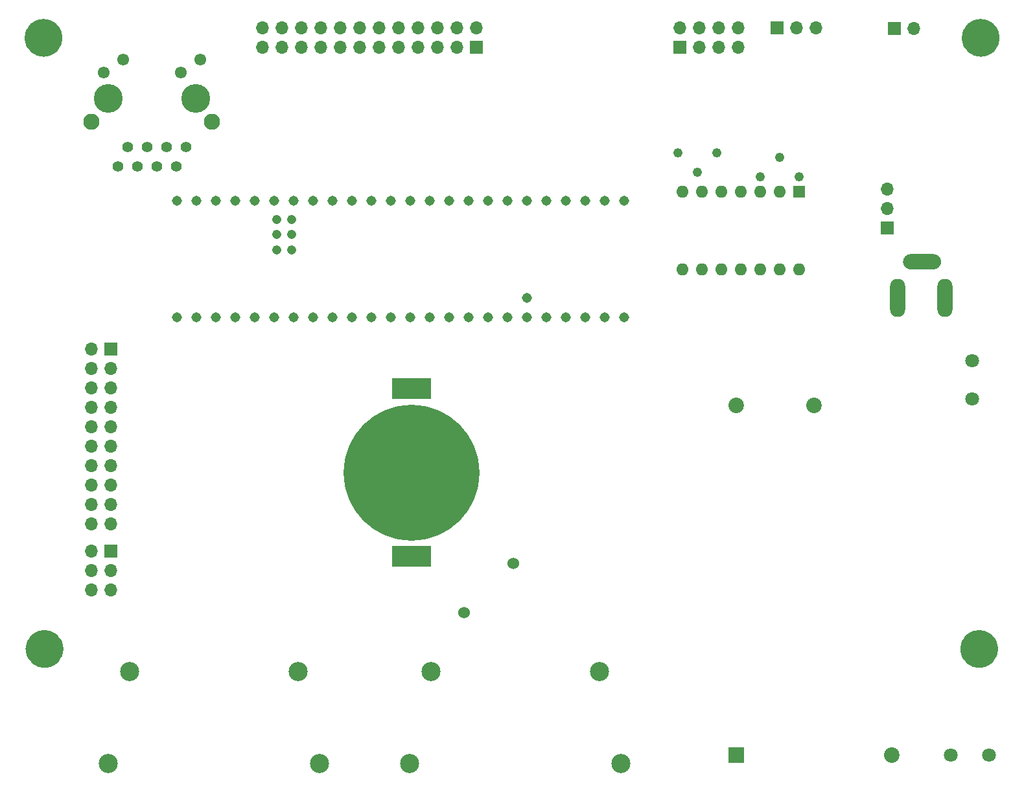
<source format=gbs>
%TF.GenerationSoftware,KiCad,Pcbnew,(5.1.8)-1*%
%TF.CreationDate,2022-02-24T01:16:36-05:00*%
%TF.ProjectId,OCE_L,4f43455f-4c2e-46b6-9963-61645f706362,rev?*%
%TF.SameCoordinates,Original*%
%TF.FileFunction,Soldermask,Bot*%
%TF.FilePolarity,Negative*%
%FSLAX46Y46*%
G04 Gerber Fmt 4.6, Leading zero omitted, Abs format (unit mm)*
G04 Created by KiCad (PCBNEW (5.1.8)-1) date 2022-02-24 01:16:36*
%MOMM*%
%LPD*%
G01*
G04 APERTURE LIST*
%ADD10C,3.000000*%
%ADD11C,1.308000*%
%ADD12C,1.208000*%
%ADD13O,2.000000X5.000000*%
%ADD14O,1.700000X1.700000*%
%ADD15R,1.700000X1.700000*%
%ADD16C,1.397000*%
%ADD17C,1.549400*%
%ADD18C,3.759200*%
%ADD19C,2.108200*%
%ADD20O,1.600000X1.600000*%
%ADD21R,1.600000X1.600000*%
%ADD22C,1.219200*%
%ADD23C,17.780001*%
%ADD24R,5.080000X2.794000*%
%ADD25C,1.803400*%
%ADD26C,2.500000*%
%ADD27C,2.030000*%
%ADD28R,2.030000X2.030000*%
%ADD29C,1.524000*%
G04 APERTURE END LIST*
D10*
X34972000Y-42100000D02*
G75*
G03*
X34972000Y-42100000I-1000000J0D01*
G01*
X157400000Y-42100000D02*
G75*
G03*
X157400000Y-42100000I-1000000J0D01*
G01*
X157200000Y-122000000D02*
G75*
G03*
X157200000Y-122000000I-1000000J0D01*
G01*
X35100000Y-122000000D02*
G75*
G03*
X35100000Y-122000000I-1000000J0D01*
G01*
D11*
%TO.C,IC1*%
X51435000Y-78613000D03*
X53975000Y-78613000D03*
X97155000Y-76073000D03*
X86995000Y-63373000D03*
D12*
X66405000Y-65823000D03*
X64405000Y-65823000D03*
X66405000Y-67823000D03*
X66405000Y-69823000D03*
X64405000Y-67823000D03*
X64405000Y-69823000D03*
D11*
X56515000Y-78613000D03*
X59055000Y-78613000D03*
X61595000Y-78613000D03*
X64135000Y-78613000D03*
X66675000Y-78613000D03*
X69215000Y-78613000D03*
X71755000Y-78613000D03*
X74295000Y-78613000D03*
X76835000Y-78613000D03*
X79375000Y-78613000D03*
X81915000Y-78613000D03*
X84455000Y-78613000D03*
X86995000Y-78613000D03*
X84455000Y-63373000D03*
X81915000Y-63373000D03*
X79375000Y-63373000D03*
X76835000Y-63373000D03*
X74295000Y-63373000D03*
X71755000Y-63373000D03*
X69215000Y-63373000D03*
X66675000Y-63373000D03*
X64135000Y-63373000D03*
X61595000Y-63373000D03*
X59055000Y-63373000D03*
X56515000Y-63373000D03*
X53975000Y-63373000D03*
X51435000Y-63373000D03*
X89535000Y-78613000D03*
X92075000Y-78613000D03*
X94615000Y-78613000D03*
X97155000Y-78613000D03*
X99695000Y-78613000D03*
X102235000Y-78613000D03*
X104775000Y-78613000D03*
X107315000Y-78613000D03*
X109855000Y-78613000D03*
X109855000Y-63373000D03*
X107315000Y-63373000D03*
X104775000Y-63373000D03*
X102235000Y-63373000D03*
X99695000Y-63373000D03*
X97155000Y-63373000D03*
X94615000Y-63373000D03*
X92075000Y-63373000D03*
X89535000Y-63373000D03*
%TD*%
D13*
%TO.C,J2*%
X145542000Y-76073000D03*
X151742000Y-76073000D03*
G36*
G01*
X150242000Y-72373000D02*
X147242000Y-72373000D01*
G75*
G02*
X146242000Y-71373000I0J1000000D01*
G01*
X146242000Y-71373000D01*
G75*
G02*
X147242000Y-70373000I1000000J0D01*
G01*
X150242000Y-70373000D01*
G75*
G02*
X151242000Y-71373000I0J-1000000D01*
G01*
X151242000Y-71373000D01*
G75*
G02*
X150242000Y-72373000I-1000000J0D01*
G01*
G37*
%TD*%
D14*
%TO.C,J6*%
X134874000Y-40767000D03*
X132334000Y-40767000D03*
D15*
X129794000Y-40767000D03*
%TD*%
D14*
%TO.C,J4*%
X62611000Y-40767000D03*
X62611000Y-43307000D03*
X65151000Y-40767000D03*
X65151000Y-43307000D03*
X67691000Y-40767000D03*
X67691000Y-43307000D03*
X70231000Y-40767000D03*
X70231000Y-43307000D03*
X72771000Y-40767000D03*
X72771000Y-43307000D03*
X75311000Y-40767000D03*
X75311000Y-43307000D03*
X77851000Y-40767000D03*
X77851000Y-43307000D03*
X80391000Y-40767000D03*
X80391000Y-43307000D03*
X82931000Y-40767000D03*
X82931000Y-43307000D03*
X85471000Y-40767000D03*
X85471000Y-43307000D03*
X88011000Y-40767000D03*
X88011000Y-43307000D03*
X90551000Y-40767000D03*
D15*
X90551000Y-43307000D03*
%TD*%
D14*
%TO.C,J3*%
X124714000Y-40767000D03*
X122174000Y-40767000D03*
X119634000Y-40767000D03*
X117094000Y-40767000D03*
X124714000Y-43307000D03*
X122174000Y-43307000D03*
X119634000Y-43307000D03*
D15*
X117094000Y-43307000D03*
%TD*%
D16*
%TO.C,J9*%
X51308000Y-58908010D03*
X48768000Y-58908010D03*
X46228000Y-58908010D03*
X43688000Y-58908010D03*
X52578000Y-56368010D03*
X50038000Y-56368010D03*
X47498000Y-56368010D03*
X44958000Y-56368010D03*
D17*
X54458000Y-44918010D03*
X51918000Y-46638010D03*
X44348000Y-44938010D03*
X41808000Y-46638010D03*
D18*
X53848000Y-49998010D03*
X42418000Y-49998010D03*
D19*
X56007998Y-53048010D03*
X40258002Y-53048010D03*
%TD*%
D20*
%TO.C,U3*%
X132715000Y-72390000D03*
X117475000Y-62230000D03*
X130175000Y-72390000D03*
X120015000Y-62230000D03*
X127635000Y-72390000D03*
X122555000Y-62230000D03*
X125095000Y-72390000D03*
X125095000Y-62230000D03*
X122555000Y-72390000D03*
X127635000Y-62230000D03*
X120015000Y-72390000D03*
X130175000Y-62230000D03*
X117475000Y-72390000D03*
D21*
X132715000Y-62230000D03*
%TD*%
D22*
%TO.C,RV1*%
X127635000Y-60299600D03*
X130175000Y-57759600D03*
X132715000Y-60299600D03*
%TD*%
%TO.C,RV2*%
X121920000Y-57150000D03*
X119380000Y-59690000D03*
X116840000Y-57150000D03*
%TD*%
D14*
%TO.C,J5*%
X40259000Y-105664000D03*
X42799000Y-105664000D03*
X40259000Y-103124000D03*
X42799000Y-103124000D03*
X40259000Y-100584000D03*
X42799000Y-100584000D03*
X40259000Y-98044000D03*
X42799000Y-98044000D03*
X40259000Y-95504000D03*
X42799000Y-95504000D03*
X40259000Y-92964000D03*
X42799000Y-92964000D03*
X40259000Y-90424000D03*
X42799000Y-90424000D03*
X40259000Y-87884000D03*
X42799000Y-87884000D03*
X40259000Y-85344000D03*
X42799000Y-85344000D03*
X40259000Y-82804000D03*
D15*
X42799000Y-82804000D03*
%TD*%
D14*
%TO.C,J10*%
X40259000Y-114300000D03*
X42799000Y-114300000D03*
X40259000Y-111760000D03*
X42799000Y-111760000D03*
X40259000Y-109220000D03*
D15*
X42799000Y-109220000D03*
%TD*%
D14*
%TO.C,J11*%
X147675600Y-40894000D03*
D15*
X145135600Y-40894000D03*
%TD*%
D23*
%TO.C,B1*%
X82043001Y-98933000D03*
D24*
X82043001Y-87948000D03*
X82043001Y-109918000D03*
%TD*%
D25*
%TO.C,J1*%
X155321000Y-84281000D03*
X155321000Y-89281000D03*
%TD*%
D15*
%TO.C,J7*%
X144208500Y-66929000D03*
D14*
X144208500Y-64389000D03*
X144208500Y-61849000D03*
%TD*%
D26*
%TO.C,K1*%
X84588000Y-124982200D03*
X106588000Y-124982200D03*
X81788000Y-136982200D03*
X109388000Y-136982200D03*
%TD*%
%TO.C,K2*%
X70002400Y-136956800D03*
X42402400Y-136956800D03*
X67202400Y-124956800D03*
X45202400Y-124956800D03*
%TD*%
D27*
%TO.C,PS1*%
X124460000Y-90170000D03*
X134620000Y-90170000D03*
X144780000Y-135890000D03*
D28*
X124460000Y-135890000D03*
%TD*%
D25*
%TO.C,J8*%
X152480000Y-135890000D03*
X157480000Y-135890000D03*
%TD*%
D29*
%TO.C,U10*%
X95375800Y-110820200D03*
X88915800Y-117280200D03*
%TD*%
M02*

</source>
